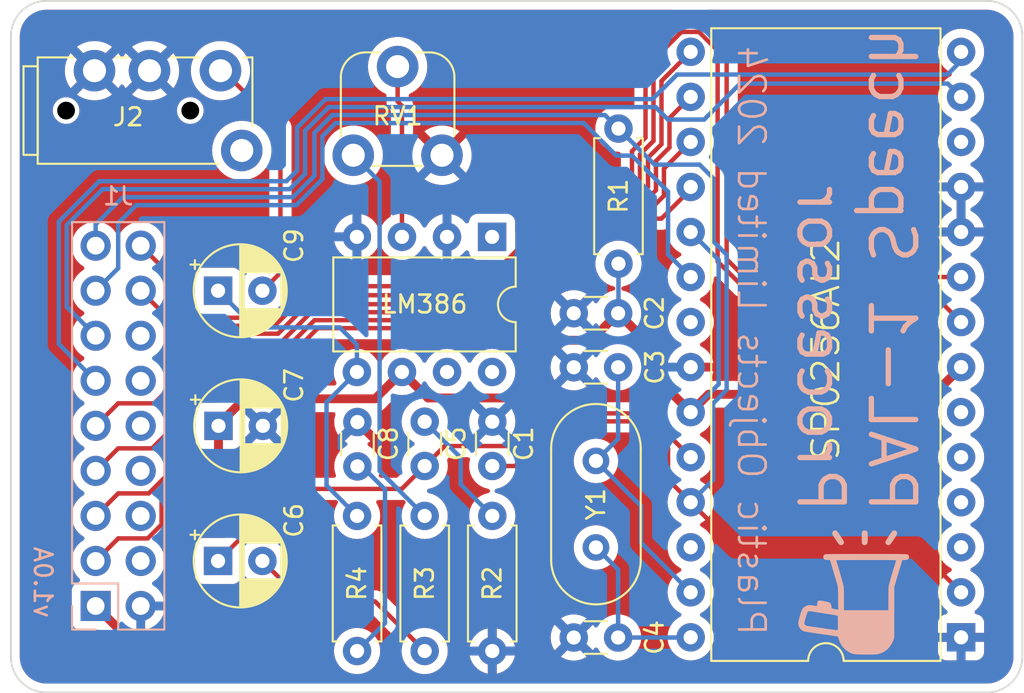
<source format=kicad_pcb>
(kicad_pcb (version 20221018) (generator pcbnew)
  (layers (0 "F.Cu" signal) (31 "B.Cu" signal) (34 "B.Paste" user) (35 "F.Paste" user) (36 "B.SilkS" user "B.Silkscreen") (37 "F.SilkS" user "F.Silkscreen") (38 "B.Mask" user) (39 "F.Mask" user) (44 "Edge.Cuts" user))
  (net 0 "")
  (net 1 "GND")
  (net 2 "Net-(U1-OSC1)")
  (net 3 "Net-(C6-Pad2)")
  (net 4 "Net-(U1-OSC2)")
  (net 5 "VCC")
  (net 6 "PB0")
  (net 7 "~{RESET}")
  (net 8 "PB1")
  (net 10 "PB2")
  (net 12 "PB3")
  (net 14 "PB4")
  (net 16 "PB5")
  (net 19 "~{STROBE}")
  (net 20 "Net-(U1-DIGITAL_OUT)")
  (net 28 "Net-(C5-Pad2)")
  (net 29 "Net-(C9-Pad1)")
  (net 30 "Net-(C8-Pad1)")
  (net 31 "Net-(C9-Pad2)")
  (net 33 "Net-(R3-Pad2)")
  (net 34 "Net-(U2-+)")
  (net 38 "~{BUSY}")
  (net 39 "~{LOAD}")
  (footprint "Resistor_THT:R_Axial_DIN0207_L6.3mm_D2.5mm_P7.62mm_Horizontal" (layer "F.Cu") (at 142.24 99.822 90)
    (fp_text reference "R1" (at 3.81 0 90) (layer "F.SilkS"))
    (fp_text value "100K")
    (pad "1" thru_hole circle (at 0 0 90) (size 1.6 1.6) (drill 0.8) (layers "*.Cu" "*.Mask") (net 5 "VCC"))
    (pad "2" thru_hole oval (at 7.62 0 90) (size 1.6 1.6) (drill 0.8) (layers "*.Cu" "*.Mask") (net 7 "~{RESET}"))
  )
  (footprint "Resistor_THT:R_Axial_DIN0207_L6.3mm_D2.5mm_P7.62mm_Horizontal" (layer "F.Cu") (at 127.508 114.046 -90)
    (fp_text reference "R4" (at 3.81 0 90) (layer "F.SilkS"))
    (fp_text value "10K")
    (pad "1" thru_hole circle (at 0 0 270) (size 1.6 1.6) (drill 0.8) (layers "*.Cu" "*.Mask") (net 29 "Net-(C9-Pad1)"))
    (pad "2" thru_hole oval (at 7.62 0 270) (size 1.6 1.6) (drill 0.8) (layers "*.Cu" "*.Mask") (net 30 "Net-(C8-Pad1)"))
  )
  (footprint "Custom:Potentiometer_Runtron_RM065_Vertical" (layer "F.Cu") (at 129.794 98.7055)
    (fp_text reference "RV1" (at 0 -7.206 unlocked) (layer "F.SilkS"))
    (fp_text value "10K")
    (pad "1" thru_hole circle (at -2.5 -5) (size 2.34 2.34) (drill 1.3) (layers "*.Cu" "*.Mask") (net 33 "Net-(R3-Pad2)"))
    (pad "2" thru_hole circle (at 0 -10) (size 2.34 2.34) (drill 1.3) (layers "*.Cu" "*.Mask") (net 34 "Net-(U2-+)"))
    (pad "3" thru_hole circle (at 2.5 -5) (size 2.34 2.34) (drill 1.3) (layers "*.Cu" "*.Mask") (net 1 "GND"))
  )
  (footprint "Resistor_THT:R_Axial_DIN0207_L6.3mm_D2.5mm_P7.62mm_Horizontal" (layer "F.Cu") (at 131.318 121.666 90)
    (fp_text reference "R3" (at 3.81 0 90) (layer "F.SilkS"))
    (fp_text value "10K")
    (pad "1" thru_hole circle (at 0 0 90) (size 1.6 1.6) (drill 0.8) (layers "*.Cu" "*.Mask") (net 3 "Net-(C6-Pad2)"))
    (pad "2" thru_hole oval (at 7.62 0 90) (size 1.6 1.6) (drill 0.8) (layers "*.Cu" "*.Mask") (net 33 "Net-(R3-Pad2)"))
  )
  (footprint "Custom:Jack_3.5mm_4Pole_TRRS" (layer "F.Cu") (at 114.51 91.186 180)
    (fp_text reference "J2" (at -0.1 -0.3655 unlocked) (layer "F.SilkS"))
    (fp_text value "AudioJack3_Ground")
    (pad "" np_thru_hole circle (at -3.6 0 180) (size 1 1) (drill 1) (layers "*.Mask"))
    (pad "" np_thru_hole circle (at 3.4 0 180) (size 1 1) (drill 1) (layers "*.Mask"))
    (pad "G" thru_hole circle (at 1.8 2.25 180) (size 2.34 2.34) (drill 1.3) (layers "*.Cu" "*.Mask") (net 1 "GND"))
    (pad "R" thru_hole circle (at -1.3 2.25 180) (size 2.34 2.34) (drill 1.3) (layers "*.Cu" "*.Mask") (net 1 "GND"))
    (pad "S" thru_hole circle (at -6.5 -2.25 180) (size 2.34 2.34) (drill 1.3) (layers "*.Cu" "*.Mask"))
    (pad "T" thru_hole circle (at -5.3 2.25 180) (size 2.34 2.34) (drill 1.3) (layers "*.Cu" "*.Mask") (net 31 "Net-(C9-Pad2)"))
  )
  (footprint "Capacitor_THT:CP_Radial_D5.0mm_P2.50mm" (layer "F.Cu") (at 119.674 116.586)
    (fp_text reference "C6" (at 4.278 -2.286 90) (layer "F.SilkS"))
    (fp_text value "10uF")
    (pad "1" thru_hole rect (at 0 0) (size 1.6 1.6) (drill 0.8) (layers "*.Cu" "*.Mask") (net 20 "Net-(U1-DIGITAL_OUT)"))
    (pad "2" thru_hole circle (at 2.5 0) (size 1.6 1.6) (drill 0.8) (layers "*.Cu" "*.Mask") (net 3 "Net-(C6-Pad2)"))
  )
  (footprint "Capacitor_THT:CP_Radial_D5.0mm_P2.50mm" (layer "F.Cu") (at 119.698888 108.966)
    (fp_text reference "C7" (at 4.253112 -2.286 90) (layer "F.SilkS"))
    (fp_text value "10uF")
    (pad "1" thru_hole rect (at 0 0) (size 1.6 1.6) (drill 0.8) (layers "*.Cu" "*.Mask") (net 5 "VCC"))
    (pad "2" thru_hole circle (at 2.5 0) (size 1.6 1.6) (drill 0.8) (layers "*.Cu" "*.Mask") (net 1 "GND"))
  )
  (footprint "Resistor_THT:R_Axial_DIN0207_L6.3mm_D2.5mm_P7.62mm_Horizontal" (layer "F.Cu") (at 135.128 114.046 -90)
    (fp_text reference "R2" (at 3.81 0 90) (layer "F.SilkS"))
    (fp_text value "10K")
    (pad "1" thru_hole circle (at 0 0 270) (size 1.6 1.6) (drill 0.8) (layers "*.Cu" "*.Mask") (net 28 "Net-(C5-Pad2)"))
    (pad "2" thru_hole oval (at 7.62 0 270) (size 1.6 1.6) (drill 0.8) (layers "*.Cu" "*.Mask") (net 1 "GND"))
  )
  (footprint "Capacitor_THT:C_Disc_D3.0mm_W1.6mm_P2.50mm" (layer "F.Cu") (at 142.22 120.904 180)
    (fp_text reference "C4" (at -2.052 0 90) (layer "F.SilkS"))
    (fp_text value "22pF")
    (pad "1" thru_hole circle (at 0 0 180) (size 1.6 1.6) (drill 0.8) (layers "*.Cu" "*.Mask") (net 4 "Net-(U1-OSC2)"))
    (pad "2" thru_hole circle (at 2.5 0 180) (size 1.6 1.6) (drill 0.8) (layers "*.Cu" "*.Mask") (net 1 "GND"))
  )
  (footprint "Capacitor_THT:C_Disc_D3.0mm_W1.6mm_P2.50mm" (layer "F.Cu") (at 135.128 111.232 90)
    (fp_text reference "C1" (at 1.25 1.778 90) (layer "F.SilkS"))
    (fp_text value "0.1uF")
    (pad "1" thru_hole circle (at 0 0 90) (size 1.6 1.6) (drill 0.8) (layers "*.Cu" "*.Mask") (net 7 "~{RESET}"))
    (pad "2" thru_hole circle (at 2.5 0 90) (size 1.6 1.6) (drill 0.8) (layers "*.Cu" "*.Mask") (net 1 "GND"))
  )
  (footprint "Crystal:Crystal_HC49-U_Vertical" (layer "F.Cu") (at 140.97 110.944 -90)
    (fp_text reference "Y1" (at 2.44 0 90) (layer "F.SilkS"))
    (fp_text value "3.12Mhz")
    (pad "1" thru_hole circle (at 0 0 270) (size 1.5 1.5) (drill 0.8) (layers "*.Cu" "*.Mask") (net 2 "Net-(U1-OSC1)"))
    (pad "2" thru_hole circle (at 4.88 0 270) (size 1.5 1.5) (drill 0.8) (layers "*.Cu" "*.Mask") (net 4 "Net-(U1-OSC2)"))
  )
  (footprint "Package_DIP:DIP-28_W15.24mm" (layer "F.Cu") (at 161.549 120.894 180)
    (fp_text reference "U1" hide)
    (fp_text value "SP0256AL2" (at 7.62 16.246 90) (layer "F.SilkS") (effects (font (size 1.5 1.5))))
    (pad "1" thru_hole rect (at 0 0 180) (size 1.6 1.6) (drill 0.8) (layers "*.Cu" "*.Mask") (net 1 "GND"))
    (pad "2" thru_hole oval (at 0 2.54 180) (size 1.6 1.6) (drill 0.8) (layers "*.Cu" "*.Mask") (net 7 "~{RESET}"))
    (pad "3" thru_hole oval (at 0 5.08 180) (size 1.6 1.6) (drill 0.8) (layers "*.Cu" "*.Mask"))
    (pad "4" thru_hole oval (at 0 7.62 180) (size 1.6 1.6) (drill 0.8) (layers "*.Cu" "*.Mask"))
    (pad "5" thru_hole oval (at 0 10.16 180) (size 1.6 1.6) (drill 0.8) (layers "*.Cu" "*.Mask"))
    (pad "6" thru_hole oval (at 0 12.7 180) (size 1.6 1.6) (drill 0.8) (layers "*.Cu" "*.Mask"))
    (pad "7" thru_hole oval (at 0 15.24 180) (size 1.6 1.6) (drill 0.8) (layers "*.Cu" "*.Mask") (net 5 "VCC"))
    (pad "8" thru_hole oval (at 0 17.78 180) (size 1.6 1.6) (drill 0.8) (layers "*.Cu" "*.Mask") (net 38 "~{BUSY}"))
    (pad "9" thru_hole oval (at 0 20.32 180) (size 1.6 1.6) (drill 0.8) (layers "*.Cu" "*.Mask") (net 39 "~{LOAD}"))
    (pad "10" thru_hole oval (at 0 22.86 180) (size 1.6 1.6) (drill 0.8) (layers "*.Cu" "*.Mask") (net 1 "GND"))
    (pad "11" thru_hole oval (at 0 25.4 180) (size 1.6 1.6) (drill 0.8) (layers "*.Cu" "*.Mask") (net 1 "GND"))
    (pad "12" thru_hole oval (at 0 27.94 180) (size 1.6 1.6) (drill 0.8) (layers "*.Cu" "*.Mask"))
    (pad "13" thru_hole oval (at 0 30.48 180) (size 1.6 1.6) (drill 0.8) (layers "*.Cu" "*.Mask") (net 16 "PB5"))
    (pad "14" thru_hole oval (at 0 33.02 180) (size 1.6 1.6) (drill 0.8) (layers "*.Cu" "*.Mask") (net 14 "PB4"))
    (pad "15" thru_hole oval (at 15.24 33.02 180) (size 1.6 1.6) (drill 0.8) (layers "*.Cu" "*.Mask") (net 12 "PB3"))
    (pad "16" thru_hole oval (at 15.24 30.48 180) (size 1.6 1.6) (drill 0.8) (layers "*.Cu" "*.Mask") (net 10 "PB2"))
    (pad "17" thru_hole oval (at 15.24 27.94 180) (size 1.6 1.6) (drill 0.8) (layers "*.Cu" "*.Mask") (net 8 "PB1"))
    (pad "18" thru_hole oval (at 15.24 25.4 180) (size 1.6 1.6) (drill 0.8) (layers "*.Cu" "*.Mask") (net 6 "PB0"))
    (pad "19" thru_hole oval (at 15.24 22.86 180) (size 1.6 1.6) (drill 0.8) (layers "*.Cu" "*.Mask") (net 5 "VCC"))
    (pad "20" thru_hole oval (at 15.24 20.32 180) (size 1.6 1.6) (drill 0.8) (layers "*.Cu" "*.Mask") (net 19 "~{STROBE}"))
    (pad "21" thru_hole oval (at 15.24 17.78 180) (size 1.6 1.6) (drill 0.8) (layers "*.Cu" "*.Mask"))
    (pad "22" thru_hole oval (at 15.24 15.24 180) (size 1.6 1.6) (drill 0.8) (layers "*.Cu" "*.Mask") (net 1 "GND"))
    (pad "23" thru_hole oval (at 15.24 12.7 180) (size 1.6 1.6) (drill 0.8) (layers "*.Cu" "*.Mask") (net 5 "VCC"))
    (pad "24" thru_hole oval (at 15.24 10.16 180) (size 1.6 1.6) (drill 0.8) (layers "*.Cu" "*.Mask") (net 20 "Net-(U1-DIGITAL_OUT)"))
    (pad "25" thru_hole oval (at 15.24 7.62 180) (size 1.6 1.6) (drill 0.8) (layers "*.Cu" "*.Mask") (net 7 "~{RESET}"))
    (pad "26" thru_hole oval (at 15.24 5.08 180) (size 1.6 1.6) (drill 0.8) (layers "*.Cu" "*.Mask"))
    (pad "27" thru_hole oval (at 15.24 2.54 180) (size 1.6 1.6) (drill 0.8) (layers "*.Cu" "*.Mask") (net 2 "Net-(U1-OSC1)"))
    (pad "28" thru_hole oval (at 15.24 0 180) (size 1.6 1.6) (drill 0.8) (layers "*.Cu" "*.Mask") (net 4 "Net-(U1-OSC2)"))
  )
  (footprint "Capacitor_THT:CP_Radial_D5.0mm_P2.50mm" (layer "F.Cu") (at 119.674 101.346)
    (fp_text reference "C9" (at 4.278 -2.54 90) (layer "F.SilkS"))
    (fp_text value "220uF")
    (pad "1" thru_hole rect (at 0 0) (size 1.6 1.6) (drill 0.8) (layers "*.Cu" "*.Mask") (net 29 "Net-(C9-Pad1)"))
    (pad "2" thru_hole circle (at 2.5 0) (size 1.6 1.6) (drill 0.8) (layers "*.Cu" "*.Mask") (net 31 "Net-(C9-Pad2)"))
  )
  (footprint "Capacitor_THT:C_Disc_D3.0mm_W1.6mm_P2.50mm" (layer "F.Cu") (at 142.22 102.616 180)
    (fp_text reference "C2" (at -2.052 0 90) (layer "F.SilkS"))
    (fp_text value "0.1uF")
    (pad "1" thru_hole circle (at 0 0 180) (size 1.6 1.6) (drill 0.8) (layers "*.Cu" "*.Mask") (net 5 "VCC"))
    (pad "2" thru_hole circle (at 2.5 0 180) (size 1.6 1.6) (drill 0.8) (layers "*.Cu" "*.Mask") (net 1 "GND"))
  )
  (footprint "Package_DIP:DIP-8_W7.62mm" (layer "F.Cu") (at 135.118 98.308 -90)
    (fp_text reference "U2" hide)
    (fp_text value "LM386" (at 3.8 3.8 -180) (layer "F.SilkS"))
    (pad "1" thru_hole rect (at 0 0 270) (size 1.6 1.6) (drill 0.8) (layers "*.Cu" "*.Mask"))
    (pad "2" thru_hole oval (at 0 2.54 270) (size 1.6 1.6) (drill 0.8) (layers "*.Cu" "*.Mask") (net 1 "GND"))
    (pad "3" thru_hole oval (at 0 5.08 270) (size 1.6 1.6) (drill 0.8) (layers "*.Cu" "*.Mask") (net 34 "Net-(U2-+)"))
    (pad "4" thru_hole oval (at 0 7.62 270) (size 1.6 1.6) (drill 0.8) (layers "*.Cu" "*.Mask") (net 1 "GND"))
    (pad "5" thru_hole oval (at 7.62 7.62 270) (size 1.6 1.6) (drill 0.8) (layers "*.Cu" "*.Mask") (net 29 "Net-(C9-Pad1)"))
    (pad "6" thru_hole oval (at 7.62 5.08 270) (size 1.6 1.6) (drill 0.8) (layers "*.Cu" "*.Mask") (net 5 "VCC"))
    (pad "7" thru_hole oval (at 7.62 2.54 270) (size 1.6 1.6) (drill 0.8) (layers "*.Cu" "*.Mask"))
    (pad "8" thru_hole oval (at 7.62 0 270) (size 1.6 1.6) (drill 0.8) (layers "*.Cu" "*.Mask"))
  )
  (footprint "Capacitor_THT:C_Disc_D3.0mm_W1.6mm_P2.50mm" (layer "F.Cu") (at 127.528 111.252 90)
    (fp_text reference "C8" (at 1.27 1.758 90) (layer "F.SilkS"))
    (fp_text value "0.1uF")
    (pad "1" thru_hole circle (at 0 0 90) (size 1.6 1.6) (drill 0.8) (layers "*.Cu" "*.Mask") (net 30 "Net-(C8-Pad1)"))
    (pad "2" thru_hole circle (at 2.5 0 90) (size 1.6 1.6) (drill 0.8) (layers "*.Cu" "*.Mask") (net 1 "GND"))
  )
  (footprint "Capacitor_THT:C_Disc_D3.0mm_W1.6mm_P2.50mm" (layer "F.Cu") (at 139.72 105.664)
    (fp_text reference "C3" (at 4.572 0 90) (layer "F.SilkS"))
    (fp_text value "22pF")
    (pad "1" thru_hole circle (at 0 0) (size 1.6 1.6) (drill 0.8) (layers "*.Cu" "*.Mask") (net 1 "GND"))
    (pad "2" thru_hole circle (at 2.5 0) (size 1.6 1.6) (drill 0.8) (layers "*.Cu" "*.Mask") (net 2 "Net-(U1-OSC1)"))
  )
  (footprint "Capacitor_THT:C_Disc_D3.0mm_W1.6mm_P2.50mm" (layer "F.Cu") (at 131.318 111.232 90)
    (fp_text reference "C5" (at 1.25 1.778 90) (layer "F.SilkS"))
    (fp_text value "0.1uF")
    (pad "1" thru_hole circle (at 0 0 90) (size 1.6 1.6) (drill 0.8) (layers "*.Cu" "*.Mask") (net 20 "Net-(U1-DIGITAL_OUT)"))
    (pad "2" thru_hole circle (at 2.5 0 90) (size 1.6 1.6) (drill 0.8) (layers "*.Cu" "*.Mask") (net 28 "Net-(C5-Pad2)"))
  )
  (footprint "Connector_PinHeader_2.54mm:PinHeader_2x09_P2.54mm_Vertical" (layer "B.Cu") (at 112.776 119.126)
    (fp_text reference "J1" (at 1.27 -23.114) (layer "B.SilkS") (effects (justify mirror)))
    (fp_text value "Conn_RIOT")
    (pad "1" thru_hole rect (at 0 0) (size 1.7 1.7) (drill 1) (layers "*.Cu" "*.Mask") (net 5 "VCC"))
    (pad "2" thru_hole oval (at 2.54 0) (size 1.7 1.7) (drill 1) (layers "*.Cu" "*.Mask") (net 1 "GND"))
    (pad "3" thru_hole oval (at 0 -2.54) (size 1.7 1.7) (drill 1) (layers "*.Cu" "*.Mask") (net 6 "PB0"))
    (pad "4" thru_hole oval (at 2.54 -2.54) (size 1.7 1.7) (drill 1) (layers "*.Cu" "*.Mask"))
    (pad "5" thru_hole oval (at 0 -5.08) (size 1.7 1.7) (drill 1) (layers "*.Cu" "*.Mask") (net 8 "PB1"))
    (pad "6" thru_hole oval (at 2.54 -5.08) (size 1.7 1.7) (drill 1) (layers "*.Cu" "*.Mask"))
    (pad "7" thru_hole oval (at 0 -7.62) (size 1.7 1.7) (drill 1) (layers "*.Cu" "*.Mask") (net 10 "PB2"))
    (pad "8" thru_hole oval (at 2.54 -7.62) (size 1.7 1.7) (drill 1) (layers "*.Cu" "*.Mask"))
    (pad "9" thru_hole oval (at 0 -10.16) (size 1.7 1.7) (drill 1) (layers "*.Cu" "*.Mask") (net 12 "PB3"))
    (pad "10" thru_hole oval (at 2.54 -10.16) (size 1.7 1.7) (drill 1) (layers "*.Cu" "*.Mask"))
    (pad "11" thru_hole oval (at 0 -12.7) (size 1.7 1.7) (drill 1) (layers "*.Cu" "*.Mask") (net 14 "PB4"))
    (pad "12" thru_hole oval (at 2.54 -12.7) (size 1.7 1.7) (drill 1) (layers "*.Cu" "*.Mask"))
    (pad "13" thru_hole oval (at 0 -15.24) (size 1.7 1.7) (drill 1) (layers "*.Cu" "*.Mask") (net 16 "PB5"))
    (pad "14" thru_hole oval (at 2.54 -15.24) (size 1.7 1.7) (drill 1) (layers "*.Cu" "*.Mask"))
    (pad "15" thru_hole oval (at 0 -17.78) (size 1.7 1.7) (drill 1) (layers "*.Cu" "*.Mask") (net 19 "~{STROBE}"))
    (pad "16" thru_hole oval (at 2.54 -17.78) (size 1.7 1.7) (drill 1) (layers "*.Cu" "*.Mask") (net 38 "~{BUSY}"))
    (pad "17" thru_hole oval (at 0 -20.32) (size 1.7 1.7) (drill 1) (layers "*.Cu" "*.Mask") (net 7 "~{RESET}"))
    (pad "18" thru_hole oval (at 2.54 -20.32) (size 1.7 1.7) (drill 1) (layers "*.Cu" "*.Mask") (net 39 "~{LOAD}"))
  )
  (footprint "LOGO" (layer "B.Cu") (at 155.448 118.364 90)
    (fp_text reference "G***" hide)
    (fp_text value "LOGO" hide)
  )
  (gr_arc (start 165 122) (mid 164.414214 123.414214) (end 163 124) (stroke (width 0.1)) (layer "Edge.Cuts"))
  (gr_arc (start 108 87) (mid 108.585786 85.585786) (end 110 85) (stroke (width 0.1)) (layer "Edge.Cuts"))
  (gr_line (start 108 87) (end 108 122) (stroke (width 0.1)) (layer "Edge.Cuts"))
  (gr_arc (start 110 124) (mid 108.585786 123.414214) (end 108 122) (stroke (width 0.1)) (layer "Edge.Cuts"))
  (gr_line (start 165 87) (end 165 122) (stroke (width 0.1)) (layer "Edge.Cuts"))
  (gr_line (start 110 124) (end 163 124) (stroke (width 0.1)) (layer "Edge.Cuts"))
  (gr_arc (start 163 85) (mid 164.414214 85.585786) (end 165 87) (stroke (width 0.1)) (layer "Edge.Cuts"))
  (gr_line (start 110 85) (end 163 85) (stroke (width 0.1)) (layer "Edge.Cuts"))
  (gr_text "PAL-1 Speech\nProcessor\n" (at 152.146 114.046 270) (layer "B.SilkS") (effects (font (size 2.5 2.5) (thickness 0.3) bold) (justify left bottom mirror)))
  (gr_text "Plastic Objects Limited 2024" (at 148.844 120.904 270) (layer "B.SilkS") (effects (font (size 1.5 1.5)) (justify left bottom mirror)))
  (gr_text "v1.0A" (at 109.22 119.888 -90) (layer "B.SilkS") (effects (font (size 1 1)) (justify left bottom mirror)))
  (segment (start 143.51 113.484) (end 140.97 110.944) (width 0.25) (layer "B.Cu") (net 2))
  (segment (start 146.309 118.354) (end 143.51 115.555) (width 0.25) (layer "B.Cu") (net 2))
  (segment (start 142.22 108.712) (end 142.22 105.664) (width 0.25) (layer "B.Cu") (net 2))
  (segment (start 143.51 115.555) (end 143.51 113.484) (width 0.25) (layer "B.Cu") (net 2))
  (segment (start 140.97 110.944) (end 142.22 109.694) (width 0.25) (layer "B.Cu") (net 2))
  (segment (start 142.22 109.694) (end 142.22 108.712) (width 0.25) (layer "B.Cu") (net 2))
  (segment (start 122.174 116.586) (end 124.46 118.872) (width 0.25) (layer "F.Cu") (net 3))
  (segment (start 124.46 118.872) (end 128.524 118.872) (width 0.25) (layer "F.Cu") (net 3))
  (segment (start 128.524 118.872) (end 131.318 121.666) (width 0.25) (layer "F.Cu") (net 3))
  (segment (start 142.22 117.074) (end 142.22 117.602) (width 0.25) (layer "B.Cu") (net 4))
  (segment (start 140.97 115.824) (end 142.22 117.074) (width 0.25) (layer "B.Cu") (net 4))
  (segment (start 142.22 120.904) (end 146.299 120.904) (width 0.25) (layer "B.Cu") (net 4))
  (segment (start 142.22 117.602) (end 142.22 120.904) (width 0.25) (layer "B.Cu") (net 4))
  (segment (start 121.158 107.442) (end 128.524 107.442) (width 0.5) (layer "F.Cu") (net 5))
  (segment (start 139.144001 104.14) (end 140.696 104.14) (width 0.5) (layer "F.Cu") (net 5))
  (segment (start 112.776 119.126) (end 114.3 120.65) (width 0.5) (layer "F.Cu") (net 5))
  (segment (start 144.272 106.157) (end 146.309 108.194) (width 0.508) (layer "F.Cu") (net 5))
  (segment (start 128.524 107.442) (end 130.038 105.928) (width 0.5) (layer "F.Cu") (net 5))
  (segment (start 119.698888 110.744) (end 119.698888 108.966) (width 0.5) (layer "F.Cu") (net 5))
  (segment (start 160.015 107.188) (end 161.549 105.654) (width 0.5) (layer "F.Cu") (net 5))
  (segment (start 146.309 108.194) (end 147.315 107.188) (width 0.5) (layer "F.Cu") (net 5))
  (segment (start 130.038 105.928) (end 131.504001 107.394001) (width 0.5) (layer "F.Cu") (net 5))
  (segment (start 144.272 104.668) (end 144.272 106.157) (width 0.508) (layer "F.Cu") (net 5))
  (segment (start 117.516 119.466) (end 117.516 112.926888) (width 0.5) (layer "F.Cu") (net 5))
  (segment (start 119.698888 108.901112) (end 121.158 107.442) (width 0.5) (layer "F.Cu") (net 5))
  (segment (start 116.332 120.65) (end 117.516 119.466) (width 0.5) (layer "F.Cu") (net 5))
  (segment (start 135.89 107.394001) (end 139.144001 104.14) (width 0.5) (layer "F.Cu") (net 5))
  (segment (start 147.315 107.188) (end 160.015 107.188) (width 0.5) (layer "F.Cu") (net 5))
  (segment (start 114.3 120.65) (end 116.332 120.65) (width 0.5) (layer "F.Cu") (net 5))
  (segment (start 117.516 112.926888) (end 119.698888 110.744) (width 0.5) (layer "F.Cu") (net 5))
  (segment (start 140.696 104.14) (end 142.22 102.616) (width 0.5) (layer "F.Cu") (net 5))
  (segment (start 131.504001 107.394001) (end 135.89 107.394001) (width 0.5) (layer "F.Cu") (net 5))
  (segment (start 142.22 102.616) (end 144.272 104.668) (width 0.508) (layer "F.Cu") (net 5))
  (segment (start 147.886 99.611) (end 147.886 106.617) (width 0.25) (layer "B.Cu") (net 5))
  (segment (start 142.24 99.822) (end 142.24 102.596) (width 0.25) (layer "B.Cu") (net 5))
  (segment (start 147.886 106.617) (end 146.309 108.194) (width 0.25) (layer "B.Cu") (net 5))
  (segment (start 146.309 98.034) (end 147.886 99.611) (width 0.25) (layer "B.Cu") (net 5))
  (segment (start 146.309 95.630188) (end 146.309 95.494) (width 0.25) (layer "F.Cu") (net 6))
  (segment (start 116.491 114.532701) (end 116.491 112.691432) (width 0.25) (layer "F.Cu") (net 6))
  (segment (start 115.707701 115.316) (end 116.491 114.532701) (width 0.25) (layer "F.Cu") (net 6))
  (segment (start 118.654 105.12) (end 123.633188 105.12) (width 0.25) (layer "F.Cu") (net 6))
  (segment (start 135.302 103.458) (end 141.478 97.282) (width 0.25) (layer "F.Cu") (net 6))
  (segment (start 118.123888 111.058544) (end 118.123888 105.650112) (width 0.25) (layer "F.Cu") (net 6))
  (segment (start 125.295188 103.458) (end 135.302 103.458) (width 0.25) (layer "F.Cu") (net 6))
  (segment (start 144.657188 97.282) (end 146.309 95.630188) (width 0.25) (layer "F.Cu") (net 6))
  (segment (start 141.478 97.282) (end 144.657188 97.282) (width 0.25) (layer "F.Cu") (net 6))
  (segment (start 116.491 112.691432) (end 118.123888 111.058544) (width 0.25) (layer "F.Cu") (net 6))
  (segment (start 123.633188 105.12) (end 125.295188 103.458) (width 0.25) (layer "F.Cu") (net 6))
  (segment (start 112.776 116.586) (end 114.046 115.316) (width 0.25) (layer "F.Cu") (net 6))
  (segment (start 118.123888 105.650112) (end 118.654 105.12) (width 0.25) (layer "F.Cu") (net 6))
  (segment (start 114.046 115.316) (end 115.707701 115.316) (width 0.25) (layer "F.Cu") (net 6))
  (segment (start 138.938 108.712) (end 143.51 108.712) (width 0.25) (layer "F.Cu") (net 7))
  (segment (start 136.418 111.232) (end 138.938 108.712) (width 0.25) (layer "F.Cu") (net 7))
  (segment (start 159.019 115.824) (end 161.549 118.354) (width 0.25) (layer "F.Cu") (net 7))
  (segment (start 145.034 111.999) (end 146.309 113.274) (width 0.25) (layer "F.Cu") (net 7))
  (segment (start 145.034 110.236) (end 145.034 111.999) (width 0.25) (layer "F.Cu") (net 7))
  (segment (start 146.309 113.274) (end 148.859 115.824) (width 0.25) (layer "F.Cu") (net 7))
  (segment (start 143.51 108.712) (end 145.034 110.236) (width 0.25) (layer "F.Cu") (net 7))
  (segment (start 148.859 115.824) (end 159.019 115.824) (width 0.25) (layer "F.Cu") (net 7))
  (segment (start 135.128 111.232) (end 136.418 111.232) (width 0.25) (layer "F.Cu") (net 7))
  (segment (start 123.896792 96.07) (end 125.106 94.860792) (width 0.25) (layer "B.Cu") (net 7))
  (segment (start 148.336 99.314) (end 147.574 98.552) (width 0.25) (layer "B.Cu") (net 7))
  (segment (start 114.309919 96.07) (end 123.896792 96.07) (width 0.25) (layer "B.Cu") (net 7))
  (segment (start 146.309 113.274) (end 147.574 112.009) (width 0.25) (layer "B.Cu") (net 7))
  (segment (start 126.102792 91.446812) (end 126.102792 91.44) (width 0.25) (layer "B.Cu") (net 7))
  (segment (start 141.478 91.44) (end 142.24 92.202) (width 0.25) (layer "B.Cu") (net 7))
  (segment (start 125.106 94.860792) (end 125.106 92.443604) (width 0.25) (layer "B.Cu") (net 7))
  (segment (start 112.776 98.806) (end 112.776 97.603919) (width 0.25) (layer "B.Cu") (net 7))
  (segment (start 147.574 94.996) (end 146.812 94.234) (width 0.25) (layer "B.Cu") (net 7))
  (segment (start 146.812 94.234) (end 144.272 94.234) (width 0.25) (layer "B.Cu") (net 7))
  (segment (start 147.574 112.009) (end 147.574 107.696) (width 0.25) (layer "B.Cu") (net 7))
  (segment (start 125.106 92.443604) (end 126.102792 91.446812) (width 0.25) (layer "B.Cu") (net 7))
  (segment (start 144.272 94.234) (end 142.24 92.202) (width 0.25) (layer "B.Cu") (net 7))
  (segment (start 112.776 97.603919) (end 114.309919 96.07) (width 0.25) (layer "B.Cu") (net 7))
  (segment (start 148.336 106.934) (end 148.336 99.314) (width 0.25) (layer "B.Cu") (net 7))
  (segment (start 126.102792 91.44) (end 141.478 91.44) (width 0.25) (layer "B.Cu") (net 7))
  (segment (start 147.574 98.552) (end 147.574 94.996) (width 0.25) (layer "B.Cu") (net 7))
  (segment (start 147.574 107.696) (end 148.336 106.934) (width 0.25) (layer "B.Cu") (net 7))
  (segment (start 123.446792 104.67) (end 125.108792 103.008) (width 0.25) (layer "F.Cu") (net 8))
  (segment (start 144.802 95.99) (end 144.802 94.461) (width 0.25) (layer "F.Cu") (net 8))
  (segment (start 143.96 96.832) (end 144.802 95.99) (width 0.25) (layer "F.Cu") (net 8))
  (segment (start 114.046 112.776) (end 115.770036 112.776) (width 0.25) (layer "F.Cu") (net 8))
  (segment (start 141.291604 96.832) (end 143.96 96.832) (width 0.25) (layer "F.Cu") (net 8))
  (segment (start 117.673888 110.872148) (end 117.673888 105.338112) (width 0.25) (layer "F.Cu") (net 8))
  (segment (start 135.115604 103.008) (end 141.291604 96.832) (width 0.25) (layer "F.Cu") (net 8))
  (segment (start 125.108792 103.008) (end 135.115604 103.008) (width 0.25) (layer "F.Cu") (net 8))
  (segment (start 112.776 114.046) (end 114.046 112.776) (width 0.25) (layer "F.Cu") (net 8))
  (segment (start 117.673888 105.338112) (end 118.342 104.67) (width 0.25) (layer "F.Cu") (net 8))
  (segment (start 118.342 104.67) (end 123.446792 104.67) (width 0.25) (layer "F.Cu") (net 8))
  (segment (start 115.770036 112.776) (end 117.673888 110.872148) (width 0.25) (layer "F.Cu") (net 8))
  (segment (start 144.802 94.461) (end 146.309 92.954) (width 0.25) (layer "F.Cu") (net 8))
  (segment (start 115.953888 110.236) (end 117.223888 108.966) (width 0.25) (layer "F.Cu") (net 10))
  (segment (start 117.223888 108.966) (end 117.223888 105.026112) (width 0.25) (layer "F.Cu") (net 10))
  (segment (start 124.922396 102.558) (end 134.929208 102.558) (width 0.25) (layer "F.Cu") (net 10))
  (segment (start 144.352 94.031188) (end 145.114 93.269188) (width 0.25) (layer "F.Cu") (net 10))
  (segment (start 123.260396 104.22) (end 124.922396 102.558) (width 0.25) (layer "F.Cu") (net 10))
  (segment (start 117.223888 105.026112) (end 118.03 104.22) (width 0.25) (layer "F.Cu") (net 10))
  (segment (start 144.352 95.678) (end 144.352 94.031188) (width 0.25) (layer "F.Cu") (net 10))
  (segment (start 134.929208 102.558) (end 141.105208 96.382) (width 0.25) (layer "F.Cu") (net 10))
  (segment (start 112.776 111.506) (end 114.046 110.236) (width 0.25) (layer "F.Cu") (net 10))
  (segment (start 141.105208 96.382) (end 143.648 96.382) (width 0.25) (layer "F.Cu") (net 10))
  (segment (start 114.046 110.236) (end 115.953888 110.236) (width 0.25) (layer "F.Cu") (net 10))
  (segment (start 145.114 93.269188) (end 145.114 91.609) (width 0.25) (layer "F.Cu") (net 10))
  (segment (start 143.648 96.382) (end 144.352 95.678) (width 0.25) (layer "F.Cu") (net 10))
  (segment (start 145.114 91.609) (end 146.309 90.414) (width 0.25) (layer "F.Cu") (net 10))
  (segment (start 118.03 104.22) (end 123.260396 104.22) (width 0.25) (layer "F.Cu") (net 10))
  (segment (start 143.461604 95.932) (end 143.902 95.491604) (width 0.25) (layer "F.Cu") (net 12))
  (segment (start 112.776 108.966) (end 114.046 107.696) (width 0.25) (layer "F.Cu") (net 12))
  (segment (start 134.742812 102.108) (end 140.918812 95.932) (width 0.25) (layer "F.Cu") (net 12))
  (segment (start 116.078 107.696) (end 116.773888 107.000112) (width 0.25) (layer "F.Cu") (net 12))
  (segment (start 116.773888 104.714112) (end 117.718 103.77) (width 0.25) (layer "F.Cu") (net 12))
  (segment (start 116.773888 107.000112) (end 116.773888 104.714112) (width 0.25) (layer "F.Cu") (net 12))
  (segment (start 143.902 95.491604) (end 143.902 93.844792) (width 0.25) (layer "F.Cu") (net 12))
  (segment (start 123.054792 103.77) (end 124.716792 102.108) (width 0.25) (layer "F.Cu") (net 12))
  (segment (start 124.716792 102.108) (end 134.742812 102.108) (width 0.25) (layer "F.Cu") (net 12))
  (segment (start 143.902 93.844792) (end 144.664 93.082792) (width 0.25) (layer "F.Cu") (net 12))
  (segment (start 114.046 107.696) (end 116.078 107.696) (width 0.25) (layer "F.Cu") (net 12))
  (segment (start 144.664 93.082792) (end 144.664 89.519) (width 0.25) (layer "F.Cu") (net 12))
  (segment (start 117.718 103.77) (end 123.054792 103.77) (width 0.25) (layer "F.Cu") (net 12))
  (segment (start 140.918812 95.932) (end 143.461604 95.932) (width 0.25) (layer "F.Cu") (net 12))
  (segment (start 144.664 89.519) (end 146.309 87.874) (width 0.25) (layer "F.Cu") (net 12))
  (segment (start 124.126 92.144) (end 125.73 90.54) (width 0.25) (layer "B.Cu") (net 14))
  (segment (start 112.983 95.17) (end 123.524 95.17) (width 0.25) (layer "B.Cu") (net 14))
  (segment (start 160.7795 89.154) (end 161.549 88.3845) (width 0.25) (layer "B.Cu") (net 14))
  (segment (start 145.542 89.154) (end 160.7795 89.154) (width 0.25) (layer "B.Cu") (net 14))
  (segment (start 124.126 94.568) (end 124.126 92.144) (width 0.25) (layer "B.Cu") (net 14))
  (segment (start 112.776 106.426) (end 110.701 104.351) (width 0.25) (layer "B.Cu") (net 14))
  (segment (start 144.156 90.54) (end 145.542 89.154) (width 0.25) (layer "B.Cu") (net 14))
  (segment (start 110.701 104.351) (end 110.701 97.452) (width 0.25) (layer "B.Cu") (net 14))
  (segment (start 161.549 88.3845) (end 161.549 87.874) (width 0.25) (layer "B.Cu") (net 14))
  (segment (start 125.73 90.54) (end 144.156 90.54) (width 0.25) (layer "B.Cu") (net 14))
  (segment (start 110.701 97.452) (end 112.983 95.17) (width 0.25) (layer "B.Cu") (net 14))
  (segment (start 123.524 95.17) (end 124.126 94.568) (width 0.25) (layer "B.Cu") (net 14))
  (segment (start 145.034 91.694) (end 147.066 91.694) (width 0.25) (layer "B.Cu") (net 16))
  (segment (start 111.151 97.638396) (end 113.169396 95.62) (width 0.25) (layer "B.Cu") (net 16))
  (segment (start 144.33 90.99) (end 145.034 91.694) (width 0.25) (layer "B.Cu") (net 16))
  (segment (start 125.916396 90.99) (end 144.33 90.99) (width 0.25) (layer "B.Cu") (net 16))
  (segment (start 111.151 102.261) (end 111.151 97.638396) (width 0.25) (layer "B.Cu") (net 16))
  (segment (start 124.576 94.754396) (end 124.576 92.330396) (width 0.25) (layer "B.Cu") (net 16))
  (segment (start 123.710396 95.62) (end 124.576 94.754396) (width 0.25) (layer "B.Cu") (net 16))
  (segment (start 113.169396 95.62) (end 123.710396 95.62) (width 0.25) (layer "B.Cu") (net 16))
  (segment (start 112.776 103.886) (end 111.151 102.261) (width 0.25) (layer "B.Cu") (net 16))
  (segment (start 149.098 89.662) (end 160.797 89.662) (width 0.25) (layer "B.Cu") (net 16))
  (segment (start 160.797 89.662) (end 161.549 90.414) (width 0.25) (layer "B.Cu") (net 16))
  (segment (start 124.576 92.330396) (end 125.916396 90.99) (width 0.25) (layer "B.Cu") (net 16))
  (segment (start 147.066 91.694) (end 149.098 89.662) (width 0.25) (layer "B.Cu") (net 16))
  (segment (start 142.113 93.726) (end 143.002 93.726) (width 0.25) (layer "B.Cu") (net 19))
  (segment (start 115.062 96.52) (end 124.083188 96.52) (width 0.25) (layer "B.Cu") (net 19))
  (segment (start 124.083188 96.52) (end 125.556 95.047188) (width 0.25) (layer "B.Cu") (net 19))
  (segment (start 145.034 95.758) (end 145.034 99.299) (width 0.25) (layer "B.Cu") (net 19))
  (segment (start 125.556 95.047188) (end 125.556 92.63) (width 0.25) (layer "B.Cu") (net 19))
  (segment (start 143.002 93.726) (end 145.034 95.758) (width 0.25) (layer "B.Cu") (net 19))
  (segment (start 125.556 92.63) (end 126.296 91.89) (width 0.25) (layer "B.Cu") (net 19))
  (segment (start 114.046 97.536) (end 115.062 96.52) (width 0.25) (layer "B.Cu") (net 19))
  (segment (start 140.277 91.89) (end 142.113 93.726) (width 0.25) (layer "B.Cu") (net 19))
  (segment (start 112.776 101.346) (end 114.046 100.076) (width 0.25) (layer "B.Cu") (net 19))
  (segment (start 114.046 100.076) (end 114.046 97.536) (width 0.25) (layer "B.Cu") (net 19))
  (segment (start 145.034 99.299) (end 146.309 100.574) (width 0.25) (layer "B.Cu") (net 19))
  (segment (start 126.296 91.89) (end 140.277 91.89) (width 0.25) (layer "B.Cu") (net 19))
  (segment (start 123.738 112.522) (end 130.028 112.522) (width 0.25) (layer "F.Cu") (net 20))
  (segment (start 119.674 116.586) (end 123.738 112.522) (width 0.25) (layer "F.Cu") (net 20))
  (segment (start 138.626 108.262) (end 136.781 110.107) (width 0.25) (layer "F.Cu") (net 20))
  (segment (start 136.781 110.107) (end 132.443 110.107) (width 0.25) (layer "F.Cu") (net 20))
  (segment (start 143.837 108.262) (end 138.626 108.262) (width 0.25) (layer "F.Cu") (net 20))
  (segment (start 132.443 110.107) (end 131.318 111.232) (width 0.25) (layer "F.Cu") (net 20))
  (segment (start 146.309 110.734) (end 143.837 108.262) (width 0.25) (layer "F.Cu") (net 20))
  (segment (start 130.028 112.522) (end 131.318 111.232) (width 0.25) (layer "F.Cu") (net 20))
  (segment (start 135.128 114.046) (end 133.35 112.268) (width 0.25) (layer "B.Cu") (net 28))
  (segment (start 133.35 110.764) (end 131.318 108.732) (width 0.25) (layer "B.Cu") (net 28))
  (segment (start 133.35 112.268) (end 133.35 110.764) (width 0.25) (layer "B.Cu") (net 28))
  (segment (start 125.788 112.326) (end 127.508 114.046) (width 0.25) (layer "B.Cu") (net 29))
  (segment (start 127.498 104.384) (end 127.498 105.928) (width 0.25) (layer "B.Cu") (net 29))
  (segment (start 125.788 107.638) (end 125.788 112.326) (width 0.25) (layer "B.Cu") (net 29))
  (segment (start 121.743 103.415) (end 126.529 103.415) (width 0.25) (layer "B.Cu") (net 29))
  (segment (start 126.529 103.415) (end 127.498 104.384) (width 0.25) (layer "B.Cu") (net 29))
  (segment (start 127.498 105.928) (end 125.788 107.638) (width 0.25) (layer "B.Cu") (net 29))
  (segment (start 119.674 101.346) (end 121.743 103.415) (width 0.25) (layer "B.Cu") (net 29))
  (segment (start 129.083 120.091) (end 129.083 112.553) (width 0.25) (layer "B.Cu") (net 30))
  (segment (start 129.083 112.553) (end 127.528 110.998) (width 0.25) (layer "B.Cu") (net 30))
  (segment (start 127.508 121.666) (end 129.083 120.091) (width 0.25) (layer "B.Cu") (net 30))
  (segment (start 123.19 92.174) (end 123.19 100.33) (width 0.25) (layer "F.Cu") (net 31))
  (segment (start 119.952 88.936) (end 123.19 92.174) (width 0.25) (layer "F.Cu") (net 31))
  (segment (start 123.19 100.33) (end 122.174 101.346) (width 0.25) (layer "F.Cu") (net 31))
  (segment (start 128.778 95.1895) (end 127.4885 93.9) (width 0.25) (layer "B.Cu") (net 33))
  (segment (start 127.4885 93.9) (end 127.294 93.9) (width 0.25) (layer "B.Cu") (net 33))
  (segment (start 131.318 114.046) (end 128.778 111.506) (width 0.25) (layer "B.Cu") (net 33))
  (segment (start 128.778 111.506) (end 128.778 95.1895) (width 0.25) (layer "B.Cu") (net 33))
  (segment (start 130.038 98.308) (end 130.038 90.942) (width 0.25) (layer "F.Cu") (net 34))
  (segment (start 130.048 90.932) (end 129.794 90.678) (width 0.25) (layer "F.Cu") (net 34))
  (segment (start 130.038 90.942) (end 130.048 90.932) (width 0.25) (layer "F.Cu") (net 34))
  (segment (start 129.794 90.678) (end 129.794 88.9) (width 0.25) (layer "F.Cu") (net 34))
  (segment (start 117.29 103.32) (end 115.316 101.346) (width 0.25) (layer "F.Cu") (net 38))
  (segment (start 143.024 95.482) (end 140.732416 95.482) (width 0.25) (layer "F.Cu") (net 38))
  (segment (start 146.77499 86.749) (end 145.789396 86.749) (width 0.25) (layer "F.Cu") (net 38))
  (segment (start 144.214 88.324396) (end 144.214 92.896396) (width 0.25) (layer "F.Cu") (net 38))
  (segment (start 143.452 95.054) (end 143.024 95.482) (width 0.25) (layer "F.Cu") (net 38))
  (segment (start 149.223604 101.092) (end 147.828 99.696396) (width 0.25) (layer "F.Cu") (net 38))
  (segment (start 147.828 99.696396) (end 147.828 87.80201) (width 0.25) (layer "F.Cu") (net 38))
  (segment (start 143.452 93.658396) (end 143.452 95.054) (width 0.25) (layer "F.Cu") (net 38))
  (segment (start 147.828 87.80201) (end 146.77499 86.749) (width 0.25) (layer "F.Cu") (net 38))
  (segment (start 124.588396 101.6) (end 122.868396 103.32) (width 0.25) (layer "F.Cu") (net 38))
  (segment (start 161.549 103.114) (end 159.527 101.092) (width 0.25) (layer "F.Cu") (net 38))
  (segment (start 145.789396 86.749) (end 144.214 88.324396) (width 0.25) (layer "F.Cu") (net 38))
  (segment (start 134.614416 101.6) (end 124.588396 101.6) (width 0.25) (layer "F.Cu") (net 38))
  (segment (start 122.868396 103.32) (end 117.29 103.32) (width 0.25) (layer "F.Cu") (net 38))
  (segment (start 159.527 101.092) (end 149.223604 101.092) (width 0.25) (layer "F.Cu") (net 38))
  (segment (start 144.214 92.896396) (end 143.452 93.658396) (width 0.25) (layer "F.Cu") (net 38))
  (segment (start 140.732416 95.482) (end 134.614416 101.6) (width 0.25) (layer "F.Cu") (net 38))
  (segment (start 143.764 88.138) (end 143.764 92.71) (width 0.25) (layer "F.Cu") (net 39))
  (segment (start 116.84 102.108) (end 116.84 100.33) (width 0.25) (layer "F.Cu") (net 39))
  (segment (start 142.712 95.032) (end 140.54602 95.032) (width 0.25) (layer "F.Cu") (net 39))
  (segment (start 140.54602 95.032) (end 134.48602 101.092) (width 0.25) (layer "F.Cu") (net 39))
  (segment (start 147.005 86.299) (end 145.603 86.299) (width 0.25) (layer "F.Cu") (net 39))
  (segment (start 148.336 87.63) (end 147.005 86.299) (width 0.25) (layer "F.Cu") (net 39))
  (segment (start 134.48602 101.092) (end 124.46 101.092) (width 0.25) (layer "F.Cu") (net 39))
  (segment (start 149.342 100.574) (end 148.336 99.568) (width 0.25) (layer "F.Cu") (net 39))
  (segment (start 161.549 100.574) (end 149.342 100.574) (width 0.25) (layer "F.Cu") (net 39))
  (segment (start 145.603 86.299) (end 143.764 88.138) (width 0.25) (layer "F.Cu") (net 39))
  (segment (start 122.682 102.87) (end 117.602 102.87) (width 0.25) (layer "F.Cu") (net 39))
  (segment (start 117.602 102.87) (end 116.84 102.108) (width 0.25) (layer "F.Cu") (net 39))
  (segment (start 116.84 100.33) (end 115.316 98.806) (width 0.25) (layer "F.Cu") (net 39))
  (segment (start 143.002 93.472) (end 143.002 94.742) (width 0.25) (layer "F.Cu") (net 39))
  (segment (start 143.764 92.71) (end 143.002 93.472) (width 0.25) (layer "F.Cu") (net 39))
  (segment (start 148.336 99.568) (end 148.336 87.63) (width 0.25) (layer "F.Cu") (net 39))
  (segment (start 124.46 101.092) (end 122.682 102.87) (width 0.25) (layer "F.Cu") (net 39))
  (segment (start 143.002 94.742) (end 142.712 95.032) (width 0.25) (layer "F.Cu") (net 39))
  (zone (net 1) (net_name "GND") (layers "F&B.Cu") (connect_pads (clearance 0.5)) (min_thickness 0.25) (fill yes (thermal_gap 0.5) (thermal_bridge_width 0.5))
    (polygon (pts (xy 107.95 85.09) (xy 165.1 85.09) (xy 165.1 123.952) (xy 107.95 123.952)))
  )
)
</source>
